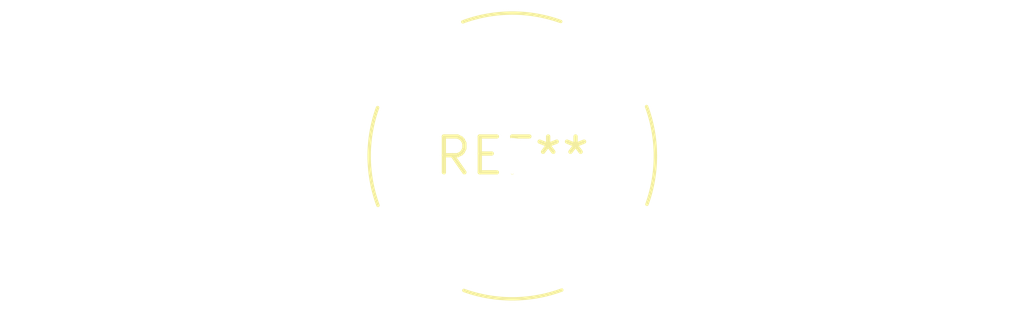
<source format=kicad_pcb>
(kicad_pcb (version 20240108) (generator pcbnew)
  (layers (0 "F.Cu" signal) (31 "B.Cu" signal) (34 "B.Paste" user) (35 "F.Paste" user) (36 "B.SilkS" user "B.Silkscreen") (37 "F.SilkS" user "F.Silkscreen") (38 "B.Mask" user) (39 "F.Mask" user) (44 "Edge.Cuts" user))
  (net 0 "")
  (footprint "BNC_TEConnectivity_1478204_Vertical" (layer "F.Cu") (at 0 0)
    (property "Reference" "REF**")
    (property "Value" "BNC_TEConnectivity_1478204_Vertical")
    (fp_arc (start -4.75 1.75) (mid -5.062075 0.019867) (end -4.763589 -1.712663) (layer "F.SilkS") (stroke (width 0.12)))
    (fp_arc (start -1.75 -4.75) (mid -0.019867 -5.062075) (end 1.712663 -4.763589) (layer "F.SilkS") (stroke (width 0.12)))
    (fp_arc (start 1.75 4.75) (mid 0.019867 5.062075) (end -1.712663 4.763589) (layer "F.SilkS") (stroke (width 0.12)))
    (fp_arc (start 4.75 -1.75) (mid 5.062075 -0.019867) (end 4.763589 1.712663) (layer "F.SilkS") (stroke (width 0.12)))
    (pad "1" thru_hole circle (at 0 0) (size 3.556 3.556) (drill 1.27) (layers *.Cu *.Mask) (remove_unused_layers))
    (pad "2" thru_hole circle (at -3.175 -3.175) (size 3.81 3.81) (drill 1.524) (layers *.Cu *.Mask) (remove_unused_layers))
    (pad "2" thru_hole circle (at -3.175 3.175) (size 3.81 3.81) (drill 1.524) (layers *.Cu *.Mask) (remove_unused_layers))
    (pad "2" thru_hole circle (at 3.175 -3.175) (size 3.81 3.81) (drill 1.524) (layers *.Cu *.Mask) (remove_unused_layers))
    (pad "2" thru_hole circle (at 3.175 3.175) (size 3.81 3.81) (drill 1.524) (layers *.Cu *.Mask) (remove_unused_layers))
  )
)
</source>
